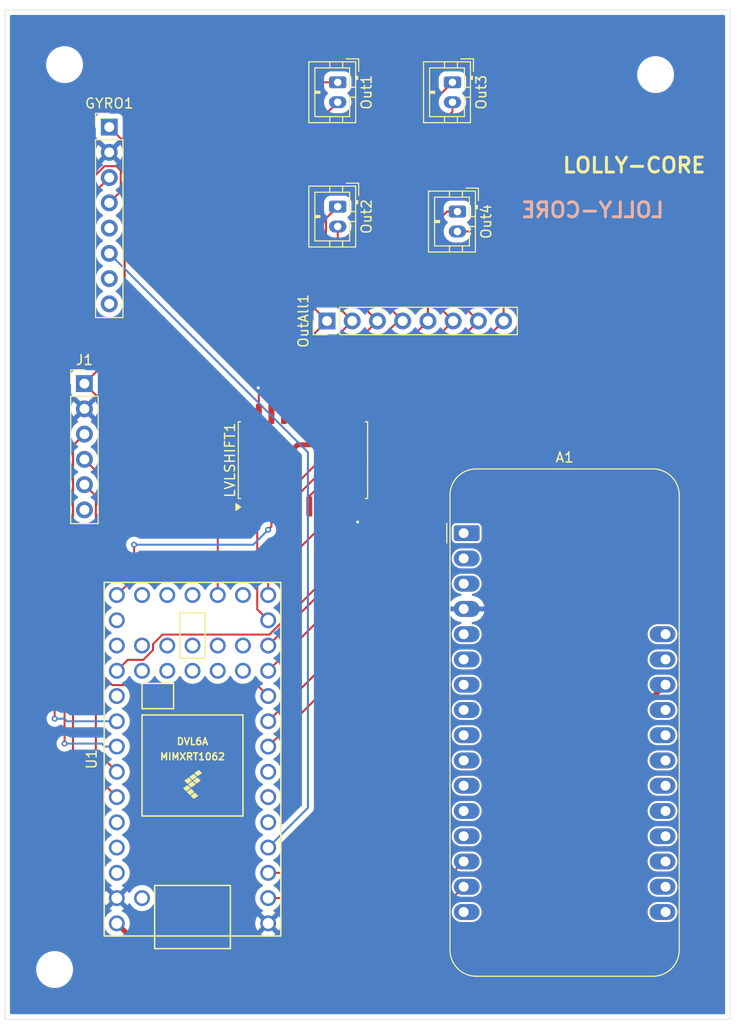
<source format=kicad_pcb>
(kicad_pcb (version 20241229) (generator "pcbnew") (generator_version "9.0")
  (layers (0 "F.Cu" signal) (2 "B.Cu" signal) (13 "F.Paste" user) (15 "B.Paste" user) (5 "F.SilkS" user "F.Silkscreen") (7 "B.SilkS" user "B.Silkscreen") (1 "F.Mask" user) (3 "B.Mask" user) (25 "Edge.Cuts" user))
  (net 0 "")
  (net 1 "GND")
  (net 2 "+3.3V")
  (net 3 "ESPRX")
  (net 4 "ESPTX")
  (net 5 "+5V")
  (net 6 "GSDA")
  (net 7 "GINT")
  (net 8 "GSCL")
  (net 9 "LED24")
  (net 10 "LSA0")
  (net 11 "LSA3")
  (net 12 "LED7")
  (net 22 "LED12")
  (net 25 "LED10")
  (net 38 "LEDDATA")
  (net 39 "LSA1")
  (net 40 "LSA7")
  (net 41 "LSA5")
  (net 42 "LSA2")
  (net 43 "LSA6")
  (net 44 "LSA4")
  (net 45 "LED6")
  (net 46 "LEDCLK")
  (net 47 "LED9")
  (net 74 "MIC_LRCL ")
  (net 75 "MIC_BCLK")
  (net 77 "MIC_DOUT")
  (footprint "Connector_JST:JST_PH_B2B-PH-K_1x02_P2.00mm_Vertical" (layer "F.Cu") (at 48 35.779232 -90)
    (property "Reference" "Out2" (at 1 -2.9 90) (layer "F.SilkS"))
    (property "Value" "Conn_01x02_Pin")
    (fp_line (start -2.06 2.91) (end 4.06 2.91) (stroke (width 0.12)) (layer "F.SilkS"))
    (fp_line (start 4.06 2.91) (end 4.06 -1.81) (stroke (width 0.12)) (layer "F.SilkS"))
    (fp_line (start -1.45 2.3) (end 3.45 2.3) (stroke (width 0.12)) (layer "F.SilkS"))
    (fp_line (start 0.9 2.3) (end 0.9 1.8) (stroke (width 0.12)) (layer "F.SilkS"))
    (fp_line (start 1 2.3) (end 1 1.8) (stroke (width 0.12)) (layer "F.SilkS"))
    (fp_line (start 3.45 2.3) (end 3.45 -1.2) (stroke (width 0.12)) (layer "F.SilkS"))
    (fp_line (start 0.9 1.8) (end 1.1 1.8) (stroke (width 0.12)) (layer "F.SilkS"))
    (fp_line (start 1.1 1.8) (end 1.1 2.3) (stroke (width 0.12)) (layer "F.SilkS"))
    (fp_line (start -2.06 0.8) (end -1.45 0.8) (stroke (width 0.12)) (layer "F.SilkS"))
    (fp_line (start 4.06 0.8) (end 3.45 0.8) (stroke (width 0.12)) (layer "F.SilkS"))
    (fp_line (start -2.06 -0.5) (end -1.45 -0.5) (stroke (width 0.12)) (layer "F.SilkS"))
    (fp_line (start 4.06 -0.5) (end 3.45 -0.5) (stroke (width 0.12)) (layer "F.SilkS"))
    (fp_line (start -1.45 -1.2) (end -1.45 2.3) (stroke (width 0.12)) (layer "F.SilkS"))
    (fp_line (start 0.5 -1.2) (end -1.45 -1.2) (stroke (width 0.12)) (layer "F.SilkS"))
    (fp_line (start 1.5 -1.2) (end 1.5 -1.81) (stroke (width 0.12)) (layer "F.SilkS"))
    (fp_line (start 3.45 -1.2) (end 1.5 -1.2) (stroke (width 0.12)) (layer "F.SilkS"))
    (fp_line (start -2.06 -1.81) (end -2.06 2.91) (stroke (width 0.12)) (layer "F.SilkS"))
    (fp_line (start -0.3 -1.81) (end -0.3 -2.01) (stroke (width 0.12)) (layer "F.SilkS"))
    (fp_line (start 0.5 -1.81) (end 0.5 -1.2) (stroke (width 0.12)) (layer "F.SilkS"))
    (fp_line (start 4.06 -1.81) (end -2.06 -1.81) (stroke (width 0.12)) (layer "F.SilkS"))
    (fp_line (start -0.3 -1.91) (end -0.6 -1.91) (stroke (width 0.12)) (layer "F.SilkS"))
    (fp_line (start -0.6 -2.01) (end -0.6 -1.81) (stroke (width 0.12)) (layer "F.SilkS"))
    (fp_line (start -0.3 -2.01) (end -0.6 -2.01) (stroke (width 0.12)) (layer "F.SilkS"))
    (fp_line (start -2.36 -2.11) (end -2.36 -0.86) (stroke (width 0.12)) (layer "F.SilkS"))
    (fp_line (start -1.11 -2.11) (end -2.36 -2.11) (stroke (width 0.12)) (layer "F.SilkS"))
    (pad "1" thru_hole roundrect (at 0 0 270) (size 1.2 1.75) (drill 0.75) (layers "*.Cu" "*.Mask") (roundrect_rratio 0.208333) (net 45 "LED6"))
    (pad "2" thru_hole oval (at 2 0 270) (size 1.2 1.75) (drill 0.75) (layers "*.Cu" "*.Mask") (net 12 "LED7"))
  )
  (footprint "Module:Adafruit_Feather" (layer "F.Cu") (at 60.68 68.619232)
    (property "Reference" "A1" (at 10.16 -7.62 0) (layer "F.SilkS"))
    (property "Value" "Adafruit_Feather_HUZZAH32_ESP32")
    (fp_line (start -1.7 1) (end -1.7 -1) (stroke (width 0.12)) (layer "F.SilkS"))
    (fp_line (start -1.38 -3.81) (end -1.38 41.91) (stroke (width 0.12)) (layer "F.SilkS"))
    (fp_line (start 19.05 -6.46) (end 1.27 -6.46) (stroke (width 0.12)) (layer "F.SilkS"))
    (fp_line (start 19.05 44.56) (end 1.27 44.56) (stroke (width 0.12)) (layer "F.SilkS"))
    (fp_line (start 21.7 -3.81) (end 21.7 41.91) (stroke (width 0.12)) (layer "F.SilkS"))
    (fp_arc (start -1.38 -3.81) (mid -0.603833 -5.683833) (end 1.27 -6.46) (stroke (width 0.12)) (layer "F.SilkS"))
    (fp_arc (start 1.27 44.56) (mid -0.603833 43.783833) (end -1.38 41.91) (stroke (width 0.12)) (layer "F.SilkS"))
    (fp_arc (start 19.05 -6.46) (mid 20.923833 -5.683833) (end 21.7 -3.81) (stroke (width 0.12)) (layer "F.SilkS"))
    (fp_arc (start 21.7 41.91) (mid 20.923833 43.783833) (end 19.05 44.56) (stroke (width 0.12)) (layer "F.SilkS"))
    (pad "1" thru_hole roundrect (at 0 0) (size 2.6 1.6) (drill 1 (offset 0.3 0)) (layers "*.Cu" "*.Mask") (roundrect_rratio 0.15625))
    (pad "2" thru_hole oval (at 0 2.54) (size 2.6 1.6) (drill 1 (offset 0.3 0)) (layers "*.Cu" "*.Mask"))
    (pad "3" thru_hole oval (at 0 5.08) (size 2.6 1.6) (drill 1 (offset 0.3 0)) (layers "*.Cu" "*.Mask"))
    (pad "4" thru_hole oval (at 0 7.62) (size 2.6 1.6) (drill 1 (offset 0.3 0)) (layers "*.Cu" "*.Mask") (net 1 "GND"))
    (pad "5" thru_hole oval (at 0 10.16) (size 2.6 1.6) (drill 1 (offset 0.3 0)) (layers "*.Cu" "*.Mask"))
    (pad "6" thru_hole oval (at 0 12.7) (size 2.6 1.6) (drill 1 (offset 0.3 0)) (layers "*.Cu" "*.Mask"))
    (pad "7" thru_hole oval (at 0 15.24) (size 2.6 1.6) (drill 1 (offset 0.3 0)) (layers "*.Cu" "*.Mask"))
    (pad "8" thru_hole oval (at 0 17.78) (size 2.6 1.6) (drill 1 (offset 0.3 0)) (layers "*.Cu" "*.Mask"))
    (pad "9" thru_hole oval (at 0 20.32) (size 2.6 1.6) (drill 1 (offset 0.3 0)) (layers "*.Cu" "*.Mask"))
    (pad "10" thru_hole oval (at 0 22.86) (size 2.6 1.6) (drill 1 (offset 0.3 0)) (layers "*.Cu" "*.Mask"))
    (pad "11" thru_hole oval (at 0 25.4) (size 2.6 1.6) (drill 1 (offset 0.3 0)) (layers "*.Cu" "*.Mask"))
    (pad "12" thru_hole oval (at 0 27.94) (size 2.6 1.6) (drill 1 (offset 0.3 0)) (layers "*.Cu" "*.Mask"))
    (pad "13" thru_hole oval (at 0 30.48) (size 2.6 1.6) (drill 1 (offset 0.3 0)) (layers "*.Cu" "*.Mask"))
    (pad "14" thru_hole oval (at 0 33.02) (size 2.6 1.6) (drill 1 (offset 0.3 0)) (layers "*.Cu" "*.Mask") (net 3 "ESPRX"))
    (pad "15" thru_hole oval (at 0 35.56) (size 2.6 1.6) (drill 1 (offset 0.3 0)) (layers "*.Cu" "*.Mask") (net 4 "ESPTX"))
    (pad "16" thru_hole oval (at 0 38.1) (size 2.6 1.6) (drill 1 (offset 0.3 0)) (layers "*.Cu" "*.Mask"))
    (pad "17" thru_hole oval (at 20.32 38.1 180) (size 2.6 1.6) (drill 1 (offset 0.3 0)) (layers "*.Cu" "*.Mask"))
    (pad "18" thru_hole oval (at 20.32 35.56 180) (size 2.6 1.6) (drill 1 (offset 0.3 0)) (layers "*.Cu" "*.Mask"))
    (pad "19" thru_hole oval (at 20.32 33.02 180) (size 2.6 1.6) (drill 1 (offset 0.3 0)) (layers "*.Cu" "*.Mask"))
    (pad "20" thru_hole oval (at 20.32 30.48 180) (size 2.6 1.6) (drill 1 (offset 0.3 0)) (layers "*.Cu" "*.Mask"))
    (pad "21" thru_hole oval (at 20.32 27.94 180) (size 2.6 1.6) (drill 1 (offset 0.3 0)) (layers "*.Cu" "*.Mask"))
    (pad "22" thru_hole oval (at 20.32 25.4 180) (size 2.6 1.6) (drill 1 (offset 0.3 0)) (layers "*.Cu" "*.Mask"))
    (pad "23" thru_hole oval (at 20.32 22.86 180) (size 2.6 1.6) (drill 1 (offset 0.3 0)) (layers "*.Cu" "*.Mask"))
    (pad "24" thru_hole oval (at 20.32 20.32 180) (size 2.6 1.6) (drill 1 (offset 0.3 0)) (layers "*.Cu" "*.Mask"))
    (pad "25" thru_hole oval (at 20.32 17.78 180) (size 2.6 1.6) (drill 1 (offset 0.3 0)) (layers "*.Cu" "*.Mask"))
    (pad "26" thru_hole oval (at 20.32 15.24 180) (size 2.6 1.6) (drill 1 (offset 0.3 0)) (layers "*.Cu" "*.Mask") (net 5 "+5V"))
    (pad "27" thru_hole oval (at 20.32 12.7 180) (size 2.6 1.6) (drill 1 (offset 0.3 0)) (layers "*.Cu" "*.Mask"))
    (pad "28" thru_hole oval (at 20.32 10.16 180) (size 2.6 1.6) (drill 1 (offset 0.3 0)) (layers "*.Cu" "*.Mask"))
  )
  (footprint "Package_SO:SOIC-20W_7.5x12.8mm_P1.27mm" (layer "F.Cu") (at 44.5 61.279232 90)
    (property "Reference" "LVLSHIFT1" (at 0 -7.35 90) (layer "F.SilkS"))
    (property "Value" "74HCT245")
    (fp_line (start 3.86 -6.51) (end 3.86 -6.275) (stroke (width 0.12)) (layer "F.SilkS"))
    (fp_line (start 0 -6.51) (end 3.86 -6.51) (stroke (width 0.12)) (layer "F.SilkS"))
    (fp_line (start 0 -6.51) (end -3.86 -6.51) (stroke (width 0.12)) (layer "F.SilkS"))
    (fp_line (start -3.86 -6.51) (end -3.86 -6.275) (stroke (width 0.12)) (layer "F.SilkS"))
    (fp_line (start 3.86 6.51) (end 3.86 6.275) (stroke (width 0.12)) (layer "F.SilkS"))
    (fp_line (start 0 6.51) (end 3.86 6.51) (stroke (width 0.12)) (layer "F.SilkS"))
    (fp_line (start 0 6.51) (end -3.86 6.51) (stroke (width 0.12)) (layer "F.SilkS"))
    (fp_line (start -3.86 6.51) (end -3.86 6.275) (stroke (width 0.12)) (layer "F.SilkS"))
    (fp_poly (pts (xy -4.7125 -6.275) (xy -5.0525 -6.745) (xy -4.3725 -6.745)) (stroke (width 0.12)) (fill yes) (layer "F.SilkS"))
    (pad "1" smd roundrect (at -4.65 -5.715 90) (size 2.05 0.6) (layers "F.Cu" "F.Mask" "F.Paste") (net 5 "+5V"))
    (pad "2" smd roundrect (at -4.65 -4.445 90) (size 2.05 0.6) (layers "F.Cu" "F.Mask" "F.Paste") (net 10 "LSA0"))
    (pad "3" smd roundrect (at -4.65 -3.175 90) (size 2.05 0.6) (layers "F.Cu" "F.Mask" "F.Paste") (net 39 "LSA1"))
    (pad "4" smd roundrect (at -4.65 -1.905 90) (size 2.05 0.6) (layers "F.Cu" "F.Mask" "F.Paste") (net 42 "LSA2"))
    (pad "5" smd roundrect (at -4.65 -0.635 90) (size 2.05 0.6) (layers "F.Cu" "F.Mask" "F.Paste") (net 11 "LSA3"))
    (pad "6" smd roundrect (at -4.65 0.635 90) (size 2.05 0.6) (layers "F.Cu" "F.Mask" "F.Paste") (net 44 "LSA4"))
    (pad "7" smd roundrect (at -4.65 1.905 90) (size 2.05 0.6) (layers "F.Cu" "F.Mask" "F.Paste") (net 41 "LSA5"))
    (pad "8" smd roundrect (at -4.65 3.175 90) (size 2.05 0.6) (layers "F.Cu" "F.Mask" "F.Paste") (net 43 "LSA6"))
    (pad "9" smd roundrect (at -4.65 4.445 90) (size 2.05 0.6) (layers "F.Cu" "F.Mask" "F.Paste") (net 40 "LSA7"))
    (pad "10" smd roundrect (at -4.65 5.715 90) (size 2.05 0.6) (layers "F.Cu" "F.Mask" "F.Paste") (net 1 "GND"))
    (pad "11" smd roundrect (at 4.65 5.715 90) (size 2.05 0.6) (layers "F.Cu" "F.Mask" "F.Paste") (net 9 "LED24"))
    (pad "12" smd roundrect (at 4.65 4.445 90) (size 2.05 0.6) (layers "F.Cu" "F.Mask" "F.Paste") (net 22 "LED12"))
    (pad "13" smd roundrect (at 4.65 3.175 90) (size 2.05 0.6) (layers "F.Cu" "F.Mask" "F.Paste") (net 25 "LED10"))
    (pad "14" smd roundrect (at 4.65 1.905 90) (size 2.05 0.6) (layers "F.Cu" "F.Mask" "F.Paste") (net 47 "LED9"))
    (pad "15" smd roundrect (at 4.65 0.635 90) (size 2.05 0.6) (layers "F.Cu" "F.Mask" "F.Paste") (net 12 "LED7"))
    (pad "16" smd roundrect (at 4.65 -0.635 90) (size 2.05 0.6) (layers "F.Cu" "F.Mask" "F.Paste") (net 45 "LED6"))
    (pad "17" smd roundrect (at 4.65 -1.905 90) (size 2.05 0.6) (layers "F.Cu" "F.Mask" "F.Paste") (net 46 "LEDCLK"))
    (pad "18" smd roundrect (at 4.65 -3.175 90) (size 2.05 0.6) (layers "F.Cu" "F.Mask" "F.Paste") (net 38 "LEDDATA"))
    (pad "19" smd roundrect (at 4.65 -4.445 90) (size 2.05 0.6) (layers "F.Cu" "F.Mask" "F.Paste") (net 1 "GND"))
    (pad "20" smd roundrect (at 4.65 -5.715 90) (size 2.05 0.6) (layers "F.Cu" "F.Mask" "F.Paste") (net 5 "+5V"))
  )
  (footprint "Connector_PinHeader_2.54mm:PinHeader_1x06_P2.54mm_Vertical" (layer "F.Cu") (at 22.5 53.579232)
    (property "Reference" "J1" (at 0 -2.38 0) (layer "F.SilkS"))
    (property "Value" "MIC1")
    (fp_line (start -1.38 -1.38) (end 0 -1.38) (stroke (width 0.12)) (layer "F.SilkS"))
    (fp_line (start -1.38 0) (end -1.38 -1.38) (stroke (width 0.12)) (layer "F.SilkS"))
    (fp_line (start -1.38 1.27) (end -1.38 14.08) (stroke (width 0.12)) (layer "F.SilkS"))
    (fp_line (start -1.38 1.27) (end 1.38 1.27) (stroke (width 0.12)) (layer "F.SilkS"))
    (fp_line (start -1.38 14.08) (end 1.38 14.08) (stroke (width 0.12)) (layer "F.SilkS"))
    (fp_line (start 1.38 1.27) (end 1.38 14.08) (stroke (width 0.12)) (layer "F.SilkS"))
    (pad "1" thru_hole rect (at 0 0) (size 1.7 1.7) (drill 1) (layers "*.Cu" "*.Mask") (net 2 "+3.3V"))
    (pad "2" thru_hole circle (at 0 2.54) (size 1.7 1.7) (drill 1) (layers "*.Cu" "*.Mask") (net 1 "GND"))
    (pad "3" thru_hole circle (at 0 5.08) (size 1.7 1.7) (drill 1) (layers "*.Cu" "*.Mask") (net 75 "MIC_BCLK"))
    (pad "4" thru_hole circle (at 0 7.62) (size 1.7 1.7) (drill 1) (layers "*.Cu" "*.Mask") (net 77 "MIC_DOUT"))
    (pad "5" thru_hole circle (at 0 10.16) (size 1.7 1.7) (drill 1) (layers "*.Cu" "*.Mask") (net 74 "MIC_LRCL "))
    (pad "6" thru_hole circle (at 0 12.7) (size 1.7 1.7) (drill 1) (layers "*.Cu" "*.Mask"))
  )
  (footprint "MountingHole:MountingHole_3.2mm_M3_DIN965" (layer "F.Cu") (at 20.5 21.5)
    (property "Reference" "REF**")
    (property "Value" "MountingHole_3.2mm_M3_DIN965" (hide yes))
    (pad "" np_thru_hole circle (at 0 0) (size 3.2 3.2) (drill 3.2) (layers "*.Cu" "*.Mask"))
  )
  (footprint "Connector_PinHeader_2.54mm:PinHeader_1x08_P2.54mm_Vertical" (layer "F.Cu") (at 46.92 47.279232 90)
    (property "Reference" "OutAll1" (at 0 -2.38 90) (layer "F.SilkS"))
    (property "Value" "Conn_01x08_Pin")
    (fp_line (start -1.38 -1.38) (end 0 -1.38) (stroke (width 0.12)) (layer "F.SilkS"))
    (fp_line (start -1.38 0) (end -1.38 -1.38) (stroke (width 0.12)) (layer "F.SilkS"))
    (fp_line (start 1.38 1.27) (end 1.38 19.16) (stroke (width 0.12)) (layer "F.SilkS"))
    (fp_line (start -1.38 1.27) (end 1.38 1.27) (stroke (width 0.12)) (layer "F.SilkS"))
    (fp_line (start -1.38 1.27) (end -1.38 19.16) (stroke (width 0.12)) (layer "F.SilkS"))
    (fp_line (start -1.38 19.16) (end 1.38 19.16) (stroke (width 0.12)) (layer "F.SilkS"))
    (pad "1" thru_hole rect (at 0 0 90) (size 1.7 1.7) (drill 1) (layers "*.Cu" "*.Mask") (net 38 "LEDDATA"))
    (pad "2" thru_hole circle (at 0 2.54 90) (size 1.7 1.7) (drill 1) (layers "*.Cu" "*.Mask") (net 46 "LEDCLK"))
    (pad "3" thru_hole circle (at 0 5.08 90) (size 1.7 1.7) (drill 1) (layers "*.Cu" "*.Mask") (net 45 "LED6"))
    (pad "4" thru_hole circle (at 0 7.62 90) (size 1.7 1.7) (drill 1) (layers "*.Cu" "*.Mask") (net 12 "LED7"))
    (pad "5" thru_hole circle (at 0 10.16 90) (size 1.7 1.7) (drill 1) (layers "*.Cu" "*.Mask") (net 47 "LED9"))
    (pad "6" thru_hole circle (at 0 12.7 90) (size 1.7 1.7) (drill 1) (layers "*.Cu" "*.Mask") (net 25 "LED10"))
    (pad "7" thru_hole circle (at 0 15.24 90) (size 1.7 1.7) (drill 1) (layers "*.Cu" "*.Mask") (net 22 "LED12"))
    (pad "8" thru_hole circle (at 0 17.78 90) (size 1.7 1.7) (drill 1) (layers "*.Cu" "*.Mask") (net 9 "LED24"))
  )
  (footprint "Connector_JST:JST_PH_B2B-PH-K_1x02_P2.00mm_Vertical" (layer "F.Cu") (at 59.55 23.279232 -90)
    (property "Reference" "Out3" (at 1 -2.9 90) (layer "F.SilkS"))
    (property "Value" "Conn_01x02_Pin")
    (fp_line (start -2.06 2.91) (end 4.06 2.91) (stroke (width 0.12)) (layer "F.SilkS"))
    (fp_line (start 4.06 2.91) (end 4.06 -1.81) (stroke (width 0.12)) (layer "F.SilkS"))
    (fp_line (start -1.45 2.3) (end 3.45 2.3) (stroke (width 0.12)) (layer "F.SilkS"))
    (fp_line (start 0.9 2.3) (end 0.9 1.8) (stroke (width 0.12)) (layer "F.SilkS"))
    (fp_line (start 1 2.3) (end 1 1.8) (stroke (width 0.12)) (layer "F.SilkS"))
    (fp_line (start 3.45 2.3) (end 3.45 -1.2) (stroke (width 0.12)) (layer "F.SilkS"))
    (fp_line (start 0.9 1.8) (end 1.1 1.8) (stroke (width 0.12)) (layer "F.SilkS"))
    (fp_line (start 1.1 1.8) (end 1.1 2.3) (stroke (width 0.12)) (layer "F.SilkS"))
    (fp_line (start -2.06 0.8) (end -1.45 0.8) (stroke (width 0.12)) (layer "F.SilkS"))
    (fp_line (start 4.06 0.8) (end 3.45 0.8) (stroke (width 0.12)) (layer "F.SilkS"))
    (fp_line (start -2.06 -0.5) (end -1.45 -0.5) (stroke (width 0.12)) (layer "F.SilkS"))
    (fp_line (start 4.06 -0.5) (end 3.45 -0.5) (stroke (width 0.12)) (layer "F.SilkS"))
    (fp_line (start -1.45 -1.2) (end -1.45 2.3) (stroke (width 0.12)) (layer "F.SilkS"))
    (fp_line (start 0.5 -1.2) (end -1.45 -1.2) (stroke (width 0.12)) (layer "F.SilkS"))
    (fp_line (start 1.5 -1.2) (end 1.5 -1.81) (stroke (width 0.12)) (layer "F.SilkS"))
    (fp_line (start 3.45 -1.2) (end 1.5 -1.2) (stroke (width 0.12)) (layer "F.SilkS"))
    (fp_line (start -2.06 -1.81) (end -2.06 2.91) (stroke (width 0.12)) (layer "F.SilkS"))
    (fp_line (start -0.3 -1.81) (end -0.3 -2.01) (stroke (width 0.12)) (layer "F.SilkS"))
    (fp_line (start 0.5 -1.81) (end 0.5 -1.2) (stroke (width 0.12)) (layer "F.SilkS"))
    (fp_line (start 4.06 -1.81) (end -2.06 -1.81) (stroke (width 0.12)) (layer "F.SilkS"))
    (fp_line (start -0.3 -1.91) (end -0.6 -1.91) (stroke (width 0.12)) (layer "F.SilkS"))
    (fp_line (start -0.6 -2.01) (end -0.6 -1.81) (stroke (width 0.12)) (layer "F.SilkS"))
    (fp_line (start -0.3 -2.01) (end -0.6 -2.01) (stroke (width 0.12)) (layer "F.SilkS"))
    (fp_line (start -2.36 -2.11) (end -2.36 -0.86) (stroke (width 0.12)) (layer "F.SilkS"))
    (fp_line (start -1.11 -2.11) (end -2.36 -2.11) (stroke (width 0.12)) (layer "F.SilkS"))
    (pad "1" thru_hole roundrect (at 0 0 270) (size 1.2 1.75) (drill 0.75) (layers "*.Cu" "*.Mask") (roundrect_rratio 0.208333) (net 47 "LED9"))
    (pad "2" thru_hole oval (at 2 0 270) (size 1.2 1.75) (drill 0.75) (layers "*.Cu" "*.Mask") (net 25 "LED10"))
  )
  (footprint "Teensy:Teensy40" (layer "F.Cu") (at 33.38 91.349232 90)
    (property "Reference" "U1" (at 0 -10.16 90) (layer "F.SilkS"))
    (property "Value" "Teensy4.0")
    (fp_line (start 17.78 -8.89) (end 17.78 8.89) (stroke (width 0.15)) (layer "F.SilkS"))
    (fp_line (start -17.78 -8.89) (end 17.78 -8.89) (stroke (width 0.15)) (layer "F.SilkS"))
    (fp_line (start 7.62 -5.08) (end 7.62 -1.905) (stroke (width 0.15)) (layer "F.SilkS"))
    (fp_line (start 5.08 -5.08) (end 7.62 -5.08) (stroke (width 0.15)) (layer "F.SilkS"))
    (fp_line (start 4.445 -5.08) (end -5.715 -5.08) (stroke (width 0.15)) (layer "F.SilkS"))
    (fp_line (start -5.715 -5.08) (end -5.715 5.08) (stroke (width 0.15)) (layer "F.SilkS"))
    (fp_line (start -12.7 -3.81) (end -17.78 -3.81) (stroke (width 0.15)) (layer "F.SilkS"))
    (fp_line (start -19.05 -3.81) (end -17.78 -3.81) (stroke (width 0.15)) (layer "F.SilkS"))
    (fp_line (start 7.62 -1.905) (end 5.08 -1.905) (stroke (width 0.15)) (layer "F.SilkS"))
    (fp_line (start 5.08 -1.905) (end 5.08 -5.08) (stroke (width 0.15)) (layer "F.SilkS"))
    (fp_line (start 14.732 -1.27) (end 14.732 1.27) (stroke (width 0.15)) (layer "F.SilkS"))
    (fp_line (start 10.16 -1.27) (end 14.732 -1.27) (stroke (width 0.15)) (layer "F.SilkS"))
    (fp_line (start 14.732 1.27) (end 10.16 1.27) (stroke (width 0.15)) (layer "F.SilkS"))
    (fp_line (start 10.16 1.27) (end 10.16 -1.27) (stroke (width 0.15)) (layer "F.SilkS"))
    (fp_line (start -12.7 3.81) (end -12.7 -3.81) (stroke (width 0.15)) (layer "F.SilkS"))
    (fp_line (start -12.7 3.81) (end -17.78 3.81) (stroke (width 0.15)) (layer "F.SilkS"))
    (fp_line (start -17.78 3.81) (end -19.05 3.81) (stroke (width 0.15)) (layer "F.SilkS"))
    (fp_line (start -19.05 3.81) (end -19.05 -3.81) (stroke (width 0.15)) (layer "F.SilkS"))
    (fp_line (start 4.445 5.08) (end 4.445 -5.08) (stroke (width 0.15)) (layer "F.SilkS"))
    (fp_line (start 4.445 5.08) (end -5.715 5.08) (stroke (width 0.15)) (layer "F.SilkS"))
    (fp_line (start 17.78 8.89) (end -17.78 8.89) (stroke (width 0.15)) (layer "F.SilkS"))
    (fp_line (start -17.78 8.89) (end -17.78 -8.89) (stroke (width 0.15)) (layer "F.SilkS"))
    (fp_poly (pts (xy -3.175 -0.635) (xy -2.921 -0.889) (xy -2.667 -0.508) (xy -2.921 -0.254)) (stroke (width 0.1)) (fill yes) (layer "F.SilkS"))
    (fp_poly (pts (xy -2.413 -0.508) (xy -2.159 -0.762) (xy -1.905 -0.381) (xy -2.159 -0.127)) (stroke (width 0.1)) (fill yes) (layer "F.SilkS"))
    (fp_poly (pts (xy -3.556 -0.254) (xy -3.302 -0.508) (xy -3.048 -0.127) (xy -3.302 0.127)) (stroke (width 0.1)) (fill yes) (layer "F.SilkS"))
    (fp_poly (pts (xy -2.794 -0.127) (xy -2.54 -0.381) (xy -2.286 0) (xy -2.54 0.254)) (stroke (width 0.1)) (fill yes) (layer "F.SilkS"))
    (fp_poly (pts (xy -2.032 0) (xy -1.778 -0.254) (xy -1.524 0.127) (xy -1.778 0.381)) (stroke (width 0.1)) (fill yes) (layer "F.SilkS"))
    (fp_poly (pts (xy -3.937 0.127) (xy -3.683 -0.127) (xy -3.429 0.254) (xy -3.683 0.508)) (stroke (width 0.1)) (fill yes) (layer "F.SilkS"))
    (fp_poly (pts (xy -2.413 0.381) (xy -2.159 0.127) (xy -1.905 0.508) (xy -2.159 0.762)) (stroke (width 0.1)) (fill yes) (layer "F.SilkS"))
    (fp_poly (pts (xy -1.651 0.508) (xy -1.397 0.254) (xy -1.143 0.635) (xy -1.397 0.889)) (stroke (width 0.1)) (fill yes) (layer "F.SilkS"))
    (fp_text user "DVL6A" (at 1.778 0 0) (layer "F.SilkS") (effects (font (size 0.7 0.7))))
    (fp_text user "MIMXRT1062" (at 0.254 0 0) (layer "F.SilkS") (effects (font (size 0.7 0.7))))
    (pad "1" thru_hole circle (at -16.51 7.62 90) (size 1.6 1.6) (drill 1.1) (layers "*.Cu" "*.Mask") (net 1 "GND"))
    (pad "2" thru_hole circle (at -13.97 7.62 90) (size 1.6 1.6) (drill 1.1) (layers "*.Cu" "*.Mask") (net 4 "ESPTX"))
    (pad "3" thru_hole circle (at -11.43 7.62 90) (size 1.6 1.6) (drill 1.1) (layers "*.Cu" "*.Mask") (net 3 "ESPRX"))
    (pad "4" thru_hole circle (at -8.89 7.62 90) (size 1.6 1.6) (drill 1.1) (layers "*.Cu" "*.Mask") (net 7 "GINT"))
    (pad "5" thru_hole circle (at -6.35 7.62 90) (size 1.6 1.6) (drill 1.1) (layers "*.Cu" "*.Mask"))
    (pad "6" thru_hole circle (at -3.81 7.62 90) (size 1.6 1.6) (drill 1.1) (layers "*.Cu" "*.Mask"))
    (pad "7" thru_hole circle (at -1.27 7.62 90) (size 1.6 1.6) (drill 1.1) (layers "*.Cu" "*.Mask"))
    (pad "8" thru_hole circle (at 1.27 7.62 90) (size 1.6 1.6) (drill 1.1) (layers "*.Cu" "*.Mask") (net 42 "LSA2"))
    (pad "9" thru_hole circle (at 3.81 7.62 90) (size 1.6 1.6) (drill 1.1) (layers "*.Cu" "*.Mask") (net 11 "LSA3"))
    (pad "10" thru_hole circle (at 6.35 7.62 90) (size 1.6 1.6) (drill 1.1) (layers "*.Cu" "*.Mask") (net 77 "MIC_DOUT"))
    (pad "11" thru_hole circle (at 8.89 7.62 90) (size 1.6 1.6) (drill 1.1) (layers "*.Cu" "*.Mask") (net 44 "LSA4"))
    (pad "12" thru_hole circle (at 11.43 7.62 90) (size 1.6 1.6) (drill 1.1) (layers "*.Cu" "*.Mask") (net 41 "LSA5"))
    (pad "13" thru_hole circle (at 13.97 7.62 90) (size 1.6 1.6) (drill 1.1) (layers "*.Cu" "*.Mask") (net 10 "LSA0"))
    (pad "14" thru_hole circle (at 16.51 7.62 90) (size 1.6 1.6) (drill 1.1) (layers "*.Cu" "*.Mask") (net 43 "LSA6"))
    (pad "15" thru_hole circle (at 16.51 5.08 90) (size 1.6 1.6) (drill 1.1) (layers "*.Cu" "*.Mask"))
    (pad "16" thru_hole circle (at 16.51 2.54 90) (size 1.6 1.6) (drill 1.1) (layers "*.Cu" "*.Mask") (net 2 "+3.3V"))
    (pad "17" thru_hole circle (at 16.51 0 90) (size 1.6 1.6) (drill 1.1) (layers "*.Cu" "*.Mask"))
    (pad "18" thru_hole circle (at 16.51 -2.54 90) (size 1.6 1.6) (drill 1.1) (layers "*.Cu" "*.Mask"))
    (pad "19" thru_hole circle (at 16.51 -5.08 90) (size 1.6 1.6) (drill 1.1) (layers "*.Cu" "*.Mask"))
    (pad "20" thru_hole circle (at 16.51 -7.62 90) (size 1.6 1.6) (drill 1.1) (layers "*.Cu" "*.Mask") (net 39 "LSA1"))
    (pad "21" thru_hole circle (at 13.97 -7.62 90) (size 1.6 1.6) (drill 1.1) (layers "*.Cu" "*.Mask"))
    (pad "22" thru_hole circle (at 11.43 -7.62 90) (size 1.6 1.6) (drill 1.1) (layers "*.Cu" "*.Mask"))
    (pad "23" thru_hole circle (at 8.89 -7.62 90) (size 1.6 1.6) (drill 1.1) (layers "*.Cu" "*.Mask") (net 40 "LSA7"))
    (pad "24" thru_hole circle (at 6.35 -7.62 90) (size 1.6 1.6) (drill 1.1) (layers "*.Cu" "*.Mask"))
    (pad "25" thru_hole circle (at 3.81 -7.62 90) (size 1.6 1.6) (drill 1.1) (layers "*.Cu" "*.Mask") (net 6 "GSDA"))
    (pad "26" thru_hole circle (at 1.27 -7.62 90) (size 1.6 1.6) (drill 1.1) (layers "*.Cu" "*.Mask") (net 8 "GSCL"))
    (pad "27" thru_hole circle (at -1.27 -7.62 90) (size 1.6 1.6) (drill 1.1) (layers "*.Cu" "*.Mask") (net 74 "MIC_LRCL "))
    (pad "28" thru_hole circle (at -3.81 -7.62 90) (size 1.6 1.6) (drill 1.1) (layers "*.Cu" "*.Mask") (net 75 "MIC_BCLK"))
    (pad "29" thru_hole circle (at -6.35 -7.62 90) (size 1.6 1.6) (drill 1.1) (layers "*.Cu" "*.Mask"))
    (pad "30" thru_hole circle (at -8.89 -7.62 90) (size 1.6 1.6) (drill 1.1) (layers "*.Cu" "*.Mask"))
    (pad "31" thru_hole circle (at -11.43 -7.62 90) (size 1.6 1.6) (drill 1.1) (layers "*.Cu" "*.Mask"))
    (pad "32" thru_hole circle (at -13.97 -7.62 90) (size 1.6 1.6) (drill 1.1) (layers "*.Cu" "*.Mask") (net 1 "GND"))
    (pad "33" thru_hole circle (at -16.51 -7.62 90) (size 1.6 1.6) (drill 1.1) (layers "*.Cu" "*.Mask") (net 5 "+5V"))
    (pad "34" thru_hole circle (at -13.97 -5.08 90) (size 1.6 1.6) (drill 1.1) (layers "*.Cu" "*.Mask"))
    (pad "35" thru_hole circle (at 11.43 -5.08 90) (size 1.6 1.6) (drill 1.1) (layers "*.Cu" "*.Mask"))
    (pad "36" thru_hole circle (at 8.89 -5.08 90) (size 1.6 1.6) (drill 1.1) (layers "*.Cu" "*.Mask"))
    (pad "37" thru_hole circle (at 11.43 -2.54 90) (size 1.6 1.6) (drill 1.1) (layers "*.Cu" "*.Mask"))
    (pad "38" thru_hole circle (at 8.89 -2.54 90) (size 1.6 1.6) (drill 1.1) (layers "*.Cu" "*.Mask"))
    (pad "39" thru_hole circle (at 11.43 0 90) (size 1.6 1.6) (drill 1.1) (layers "*.Cu" "*.Mask"))
    (pad "40" thru_hole circle (at 8.89 0 90) (size 1.6 1.6) (drill 1.1) (layers "*.Cu" "*.Mask"))
    (pad "41" thru_hole circle (at 11.43 2.54 90) (size 1.6 1.6) (drill 1.1) (layers "*.Cu" "*.Mask"))
    (pad "42" thru_hole circle (at 8.89 2.54 90) (size 1.6 1.6) (drill 1.1) (layers "*.Cu" "*.Mask"))
    (pad "43" thru_hole circle (at 11.43 5.08 90) (size 1.6 1.6) (drill 1.1) (layers "*.Cu" "*.Mask"))
    (pad "44" thru_hole circle (at 8.89 5.08 90) (size 1.6 1.6) (drill 1.1) (layers "*.Cu" "*.Mask"))
  )
  (footprint "Connector_JST:JST_PH_B2B-PH-K_1x02_P2.00mm_Vertical" (layer "F.Cu") (at 48 23.279232 -90)
    (property "Reference" "Out1" (at 1 -2.9 90) (layer "F.SilkS"))
    (property "Value" "Conn_01x02_Pin")
    (fp_line (start -2.06 2.91) (end 4.06 2.91) (stroke (width 0.12)) (layer "F.SilkS"))
    (fp_line (start 4.06 2.91) (end 4.06 -1.81) (stroke (width 0.12)) (layer "F.SilkS"))
    (fp_line (start -1.45 2.3) (end 3.45 2.3) (stroke (width 0.12)) (layer "F.SilkS"))
    (fp_line (start 0.9 2.3) (end 0.9 1.8) (stroke (width 0.12)) (layer "F.SilkS"))
    (fp_line (start 1 2.3) (end 1 1.8) (stroke (width 0.12)) (layer "F.SilkS"))
    (fp_line (start 3.45 2.3) (end 3.45 -1.2) (stroke (width 0.12)) (layer "F.SilkS"))
    (fp_line (start 0.9 1.8) (end 1.1 1.8) (stroke (width 0.12)) (layer "F.SilkS"))
    (fp_line (start 1.1 1.8) (end 1.1 2.3) (stroke (width 0.12)) (layer "F.SilkS"))
    (fp_line (start -2.06 0.8) (end -1.45 0.8) (stroke (width 0.12)) (layer "F.SilkS"))
    (fp_line (start 4.06 0.8) (end 3.45 0.8) (stroke (width 0.12)) (layer "F.SilkS"))
    (fp_line (start -2.06 -0.5) (end -1.45 -0.5) (stroke (width 0.12)) (layer "F.SilkS"))
    (fp_line (start 4.06 -0.5) (end 3.45 -0.5) (stroke (width 0.12)) (layer "F.SilkS"))
    (fp_line (start -1.45 -1.2) (end -1.45 2.3) (stroke (width 0.12)) (layer "F.SilkS"))
    (fp_line (start 0.5 -1.2) (end -1.45 -1.2) (stroke (width 0.12)) (layer "F.SilkS"))
    (fp_line (start 1.5 -1.2) (end 1.5 -1.81) (stroke (width 0.12)) (layer "F.SilkS"))
    (fp_line (start 3.45 -1.2) (end 1.5 -1.2) (stroke (width 0.12)) (layer "F.SilkS"))
    (fp_line (start -2.06 -1.81) (end -2.06 2.91) (stroke (width 0.12)) (layer "F.SilkS"))
    (fp_line (start -0.3 -1.81) (end -0.3 -2.01) (stroke (width 0.12)) (layer "F.SilkS"))
    (fp_line (start 0.5 -1.81) (end 0.5 -1.2) (stroke (width 0.12)) (layer "F.SilkS"))
    (fp_line (start 4.06 -1.81) (end -2.06 -1.81) (stroke (width 0.12)) (layer "F.SilkS"))
    (fp_line (start -0.3 -1.91) (end -0.6 -1.91) (stroke (width 0.12)) (layer "F.SilkS"))
    (fp_line (start -0.6 -2.01) (end -0.6 -1.81) (stroke (width 0.12)) (layer "F.SilkS"))
    (fp_line (start -0.3 -2.01) (end -0.6 -2.01) (stroke (width 0.12)) (layer "F.SilkS"))
    (fp_line (start -2.36 -2.11) (end -2.36 -0.86) (stroke (width 0.12)) (layer "F.SilkS"))
    (fp_line (start -1.11 -2.11) (end -2.36 -2.11) (stroke (width 0.12)) (layer "F.SilkS"))
    (pad "1" thru_hole roundrect (at 0 0 270) (size 1.2 1.75) (drill 0.75) (layers "*.Cu" "*.Mask") (roundrect_rratio 0.208333) (net 38 "LEDDATA"))
    (pad "2" thru_hole oval (at 2 0 270) (size 1.2 1.75) (drill 0.75) (layers "*.Cu" "*.Mask") (net 46 "LEDCLK"))
  )
  (footprint "Connector_PinHeader_2.54mm:PinHeader_1x08_P2.54mm_Vertical" (layer "F.Cu") (at 25 27.779232)
    (property "Reference" "GYRO1" (at 0 -2.38 0) (layer "F.SilkS"))
    (property "Value" "Conn_01x09")
    (fp_line (start -1.38 -1.38) (end 0 -1.38) (stroke (width 0.12)) (layer "F.SilkS"))
    (fp_line (start -1.38 0) (end -1.38 -1.38) (stroke (width 0.12)) (layer "F.SilkS"))
    (fp_line (start -1.38 1.27) (end -1.38 19.16) (stroke (width 0.12)) (layer "F.SilkS"))
    (fp_line (start -1.38 1.27) (end 1.38 1.27) (stroke (width 0.12)) (layer "F.SilkS"))
    (fp_line (start -1.38 19.16) (end 1.38 19.16) (stroke (width 0.12)) (layer "F.SilkS"))
    (fp_line (start 1.38 1.27) (end 1.38 19.16) (stroke (width 0.12)) (layer "F.SilkS"))
    (pad "1" thru_hole rect (at 0 0) (size 1.7 1.7) (drill 1) (layers "*.Cu" "*.Mask") (net 2 "+3.3V"))
    (pad "2" thru_hole circle (at 0 2.54) (size 1.7 1.7) (drill 1) (layers "*.Cu" "*.Mask") (net 1 "GND"))
    (pad "3" thru_hole circle (at 0 5.08) (size 1.7 1.7) (drill 1) (layers "*.Cu" "*.Mask") (net 8 "GSCL"))
    (pad "4" thru_hole circle (at 0 7.62) (size 1.7 1.7) (drill 1) (layers "*.Cu" "*.Mask") (net 6 "GSDA"))
    (pad "5" thru_hole circle (at 0 10.16) (size 1.7 1.7) (drill 1) (layers "*.Cu" "*.Mask"))
    (pad "6" thru_hole circle (at 0 12.7) (size 1.7 1.7) (drill 1) (layers "*.Cu" "*.Mask") (net 7 "GINT"))
    (pad "7" thru_hole circle (at 0 15.24) (size 1.7 1.7) (drill 1) (layers "*.Cu" "*.Mask"))
    (pad "8" thru_hole circle (at 0 17.78) (size 1.7 1.7) (drill 1) (layers "*.Cu" "*.Mask"))
  )
  (footprint "MountingHole:MountingHole_3.2mm_M3_DIN965" (layer "F.Cu") (at 80 22.5)
    (property "Reference" "REF**")
    (property "Value" "MountingHole_3.2mm_M3_DIN965" (hide yes))
    (pad "" np_thru_hole circle (at 0 0) (size 3.2 3.2) (drill 3.2) (layers "*.Cu" "*.Mask"))
  )
  (footprint "Connector_JST:JST_PH_B2B-PH-K_1x02_P2.00mm_Vertical" (layer "F.Cu") (at 60.05 36.279232 -90)
    (property "Reference" "Out4" (at 1 -2.9 90) (layer "F.SilkS"))
    (property "Value" "Conn_01x02_Pin")
    (fp_line (start -2.06 2.91) (end 4.06 2.91) (stroke (width 0.12)) (layer "F.SilkS"))
    (fp_line (start 4.06 2.91) (end 4.06 -1.81) (stroke (width 0.12)) (layer "F.SilkS"))
    (fp_line (start -1.45 2.3) (end 3.45 2.3) (stroke (width 0.12)) (layer "F.SilkS"))
    (fp_line (start 0.9 2.3) (end 0.9 1.8) (stroke (width 0.12)) (layer "F.SilkS"))
    (fp_line (start 1 2.3) (end 1 1.8) (stroke (width 0.12)) (layer "F.SilkS"))
    (fp_line (start 3.45 2.3) (end 3.45 -1.2) (stroke (width 0.12)) (layer "F.SilkS"))
    (fp_line (start 0.9 1.8) (end 1.1 1.8) (stroke (width 0.12)) (layer "F.SilkS"))
    (fp_line (start 1.1 1.8) (end 1.1 2.3) (stroke (width 0.12)) (layer "F.SilkS"))
    (fp_line (start -2.06 0.8) (end -1.45 0.8) (stroke (width 0.12)) (layer "F.SilkS"))
    (fp_line (start 4.06 0.8) (end 3.45 0.8) (stroke (width 0.12)) (layer "F.SilkS"))
    (fp_line (start -2.06 -0.5) (end -1.45 -0.5) (stroke (width 0.12)) (layer "F.SilkS"))
    (fp_line (start 4.06 -0.5) (end 3.45 -0.5) (stroke (width 0.12)) (layer "F.SilkS"))
    (fp_line (start -1.45 -1.2) (end -1.45 2.3) (stroke (width 0.12)) (layer "F.SilkS"))
    (fp_line (start 0.5 -1.2) (end -1.45 -1.2) (stroke (width 0.12)) (layer "F.SilkS"))
    (fp_line (start 1.5 -1.2) (end 1.5 -1.81) (stroke (width 0.12)) (layer "F.SilkS"))
    (fp_line (start 3.45 -1.2) (end 1.5 -1.2) (stroke (width 0.12)) (layer "F.SilkS"))
    (fp_line (start -2.06 -1.81) (end -2.06 2.91) (stroke (width 0.12)) (layer "F.SilkS"))
    (fp_line (start -0.3 -1.81) (end -0.3 -2.01) (stroke (width 0.12)) (layer "F.SilkS"))
    (fp_line (start 0.5 -1.81) (end 0.5 -1.2) (stroke (width 0.12)) (layer "F.SilkS"))
    (fp_line (start 4.06 -1.81) (end -2.06 -1.81) (stroke (width 0.12)) (layer "F.SilkS"))
    (fp_line (start -0.3 -1.91) (end -0.6 -1.91) (stroke (width 0.12)) (layer "F.SilkS"))
    (fp_line (start -0.6 -2.01) (end -0.6 -1.81) (stroke (width 0.12)) (layer "F.SilkS"))
    (fp_line (start -0.3 -2.01) (end -0.6 -2.01) (stroke (width 0.12)) (layer "F.SilkS"))
    (fp_line (start -2.36 -2.11) (end -2.36 -0.86) (stroke (width 0.12)) (layer "F.SilkS"))
    (fp_line (start -1.11 -2.11) (end -2.36 -2.11) (stroke (width 0.12)) (layer "F.SilkS"))
    (pad "1" thru_hole roundrect (at 0 0 270) (size 1.2 1.75) (drill 0.75) (layers "*.Cu" "*.Mask") (roundrect_rratio 0.208333) (net 22 "LED12"))
    (pad "2" thru_hole oval (at 2 0 270) (size 1.2 1.75) (drill 0.75) (layers "*.Cu" "*.Mask") (net 9 "LED24"))
  )
  (footprint "MountingHole:MountingHole_3.2mm_M3_DIN965" (layer "F.Cu") (at 19.5 112.5)
    (property "Reference" "REF**")
    (property "Value" "MountingHole_3.2mm_M3_DIN965" (hide yes))
    (pad "" np_thru_hole circle (at 0 0) (size 3.2 3.2) (drill 3.2) (layers "*.Cu" "*.Mask"))
  )
  (gr_rect (start 14.5 16) (end 87.5 117.5) (stroke (width 0.05)) (fill no) (layer "Edge.Cuts"))
  (gr_text "LOLLY-CORE" (at 70.5 32.5 0) (layer "F.SilkS") (effects (font (size 1.5 1.5) (thickness 0.3) (bold yes)) (justify left bottom)))
  (gr_text "LOLLY-CORE" (at 81 37 0) (layer "B.SilkS") (effects (font (size 1.5 1.5) (thickness 0.3) (bold yes)) (justify left bottom mirror)))
  (segment (start 50.215 65.929232) (end 50.215 67.285) (width 0.2) (layer "F.Cu") (net 1))
  (segment (start 50.215 67.285) (end 50 67.5) (width 0.2) (layer "F.Cu") (net 1))
  (segment (start 40.055 54.055) (end 40 54) (width 0.2) (layer "F.Cu") (net 1))
  (segment (start 40.055 56.629232) (end 40.055 54.055) (width 0.2) (layer "F.Cu") (net 1))
  (via (at 50 67.5) (size 0.6) (drill 0.3) (layers "F.Cu" "B.Cu") (net 1))
  (via (at 40 54) (size 0.6) (drill 0.3) (layers "F.Cu" "B.Cu") (net 1))
  (segment (start 26.552 29.331232) (end 26.552 49.527232) (width 0.2) (layer "F.Cu") (net 2))
  (segment (start 25 27.779232) (end 26.552 29.331232) (width 0.2) (layer "F.Cu") (net 2))
  (segment (start 26.552 49.527232) (end 22.5 53.579232) (width 0.2) (layer "F.Cu") (net 2))
  (segment (start 22.5 53.579232) (end 35.92 66.999232) (width 0.2) (layer "F.Cu") (net 2))
  (segment (start 35.92 66.999232) (end 35.92 74.839232) (width 0.2) (layer "F.Cu") (net 2))
  (segment (start 59.54 102.779232) (end 60.68 101.639232) (width 0.2) (layer "F.Cu") (net 3))
  (segment (start 41 102.779232) (end 59.54 102.779232) (width 0.2) (layer "F.Cu") (net 3))
  (segment (start 41 105.319232) (end 59.54 105.319232) (width 0.2) (layer "F.Cu") (net 4))
  (segment (start 59.54 105.319232) (end 60.68 104.179232) (width 0.2) (layer "F.Cu") (net 4))
  (segment (start 81 83.859232) (end 80.970819 83.859232) (width 0.5) (layer "F.Cu") (net 5))
  (segment (start 38.785 64.904233) (end 43.961001 59.728232) (width 0.5) (layer "F.Cu") (net 5))
  (segment (start 55.228232 59.728232) (end 68.5 73) (width 0.5) (layer "F.Cu") (net 5))
  (segment (start 68.5 110.279232) (end 28.18 110.279232) (width 0.5) (layer "F.Cu") (net 5))
  (segment (start 28.18 110.279232) (end 25.76 107.859232) (width 0.5) (layer "F.Cu") (net 5))
  (segment (start 80.970819 83.859232) (end 68.5 96.330051) (width 0.5) (layer "F.Cu") (net 5))
  (segment (start 68.5 96.330051) (end 68.5 110.279232) (width 0.5) (layer "F.Cu") (net 5))
  (segment (start 38.785 65.929232) (end 38.785 56.629232) (width 0.5) (layer "F.Cu") (net 5))
  (segment (start 68.5 73) (end 68.5 96.330051) (width 0.5) (layer "F.Cu") (net 5))
  (segment (start 43.961001 59.728232) (end 55.228232 59.728232) (width 0.5) (layer "F.Cu") (net 5))
  (segment (start 38.785 65.929232) (end 38.785 64.904233) (width 0.5) (layer "F.Cu") (net 5))
  (segment (start 26.151 34.248232) (end 26.151 32.144472) (width 0.2) (layer "F.Cu") (net 6))
  (segment (start 25 35.399232) (end 26.151 34.248232) (width 0.2) (layer "F.Cu") (net 6))
  (segment (start 26.151 32.144472) (end 25.71476 31.708232) (width 0.2) (layer "F.Cu") (net 6))
  (segment (start 19.5 36.731472) (end 19.5 87.279232) (width 0.2) (layer "F.Cu") (net 6))
  (segment (start 25.71476 31.708232) (end 24.52324 31.708232) (width 0.2) (layer "F.Cu") (net 6))
  (segment (start 24.52324 31.708232) (end 19.5 36.731472) (width 0.2) (layer "F.Cu") (net 6))
  (via (at 19.5 87.279232) (size 0.6) (drill 0.3) (layers "F.Cu" "B.Cu") (net 6))
  (segment (start 19.5 87.279232) (end 20.5 87.279232) (width 0.2) (layer "B.Cu") (net 6))
  (segment (start 20.76 87.539232) (end 25.76 87.539232) (width 0.2) (layer "B.Cu") (net 6))
  (segment (start 20.5 87.279232) (end 20.76 87.539232) (width 0.2) (layer "B.Cu") (net 6))
  (segment (start 45 96.239232) (end 45 60.479232) (width 0.2) (layer "B.Cu") (net 7))
  (segment (start 41 100.239232) (end 45 96.239232) (width 0.2) (layer "B.Cu") (net 7))
  (segment (start 45 60.479232) (end 25 40.479232) (width 0.2) (layer "B.Cu") (net 7))
  (segment (start 25.46 89.779232) (end 25.76 90.079232) (width 0.2) (layer "F.Cu") (net 8))
  (segment (start 20.5 37.359232) (end 20.5 89.779232) (width 0.2) (layer "F.Cu") (net 8))
  (segment (start 25 32.859232) (end 20.5 37.359232) (width 0.2) (layer "F.Cu") (net 8))
  (via (at 20.5 89.779232) (size 0.6) (drill 0.3) (layers "F.Cu" "B.Cu") (net 8))
  (segment (start 24.551 90.079232) (end 25.76 90.079232) (width 0.2) (layer "B.Cu") (net 8))
  (segment (start 20.5 89.779232) (end 24.251 89.779232) (width 0.2) (layer "B.Cu") (net 8))
  (segment (start 24.251 89.779232) (end 24.551 90.079232) (width 0.2) (layer "B.Cu") (net 8))
  (segment (start 62 38.279232) (end 60.05 38.279232) (width 0.2) (layer "F.Cu") (net 9))
  (segment (start 50.215 56.629232) (end 55.35 56.629232) (width 0.2) (layer "F.Cu") (net 9))
  (segment (start 55.35 56.629232) (end 64.7 47.279232) (width 0.2) (layer "F.Cu") (net 9))
  (segment (start 64.7 47.279232) (end 64.7 40.979232) (width 0.2) (layer "F.Cu") (net 9))
  (segment (start 64.7 40.979232) (end 62 38.279232) (width 0.2) (layer "F.Cu") (net 9))
  (segment (start 39.899 66.085232) (end 39.899 76.278232) (width 0.2) (layer "F.Cu") (net 10))
  (segment (start 39.899 76.278232) (end 41 77.379232) (width 0.2) (layer "F.Cu") (net 10))
  (segment (start 40.055 65.929232) (end 39.899 66.085232) (width 0.2) (layer "F.Cu") (net 10))
  (segment (start 47.990001 60.779232) (end 54.5 60.779232) (width 0.2) (layer "F.Cu") (net 11))
  (segment (start 43.865 65.929232) (end 43.865 64.904233) (width 0.2) (layer "F.Cu") (net 11))
  (segment (start 54.5 74.039232) (end 41 87.539232) (width 0.2) (layer "F.Cu") (net 11))
  (segment (start 54.5 60.779232) (end 54.5 74.039232) (width 0.2) (layer "F.Cu") (net 11))
  (segment (start 43.865 64.904233) (end 47.990001 60.779232) (width 0.2) (layer "F.Cu") (net 11))
  (segment (start 45.135 56.629232) (end 45.135 56.232264) (width 0.2) (layer "F.Cu") (net 12))
  (segment (start 54.088032 47.279232) (end 54.54 47.279232) (width 0.2) (layer "F.Cu") (net 12))
  (segment (start 54.54 47.279232) (end 48 40.739232) (width 0.2) (layer "F.Cu") (net 12))
  (segment (start 45.135 56.232264) (end 54.088032 47.279232) (width 0.2) (layer "F.Cu") (net 12))
  (segment (start 48 40.739232) (end 48 37.779232) (width 0.2) (layer "F.Cu") (net 12))
  (segment (start 53.369001 51.180232) (end 58.259 51.180232) (width 0.2) (layer "F.Cu") (net 22))
  (segment (start 58.5 43.619232) (end 58.5 36.779232) (width 0.2) (layer "F.Cu") (net 22))
  (segment (start 59 36.279232) (end 60.05 36.279232) (width 0.2) (layer "F.Cu") (net 22))
  (segment (start 48.945 55.604233) (end 53.369001 51.180232) (width 0.2) (layer "F.Cu") (net 22))
  (segment (start 48.945 56.629232) (end 48.945 55.604233) (width 0.2) (layer "F.Cu") (net 22))
  (segment (start 58.5 36.779232) (end 59 36.279232) (width 0.2) (layer "F.Cu") (net 22))
  (segment (start 58.259 51.180232) (end 62.16 47.279232) (width 0.2) (layer "F.Cu") (net 22))
  (segment (start 62.16 47.279232) (end 58.5 43.619232) (width 0.2) (layer "F.Cu") (net 22))
  (segment (start 47.675 55.604233) (end 52.500001 50.779232) (width 0.2) (layer "F.Cu") (net 25))
  (segment (start 56.12 50.779232) (end 59.62 47.279232) (width 0.2) (layer "F.Cu") (net 25))
  (segment (start 57.5 45.159232) (end 57.5 28.279232) (width 0.2) (layer "F.Cu") (net 25))
  (segment (start 59.55 26.229232) (end 59.55 25.279232) (width 0.2) (layer "F.Cu") (net 25))
  (segment (start 47.675 56.629232) (end 47.675 55.604233) (width 0.2) (layer "F.Cu") (net 25))
  (segment (start 59.62 47.279232) (end 57.5 45.159232) (width 0.2) (layer "F.Cu") (net 25))
  (segment (start 57.5 28.279232) (end 59.55 26.229232) (width 0.2) (layer "F.Cu") (net 25))
  (segment (start 52.500001 50.779232) (end 56.12 50.779232) (width 0.2) (layer "F.Cu") (net 25))
  (segment (start 46.5 23.279232) (end 48 23.279232) (width 0.2) (layer "F.Cu") (net 38))
  (segment (start 45.5 24.279232) (end 46.5 23.279232) (width 0.2) (layer "F.Cu") (net 38))
  (segment (start 41.325 56.629232) (end 41.325 52.874232) (width 0.2) (layer "F.Cu") (net 38))
  (segment (start 46.92 47.279232) (end 45.5 45.859232) (width 0.2) (layer "F.Cu") (net 38))
  (segment (start 41.325 52.874232) (end 46.92 47.279232) (width 0.2) (layer "F.Cu") (net 38))
  (segment (start 45.5 45.859232) (end 45.5 24.279232) (width 0.2) (layer "F.Cu") (net 38))
  (segment (start 27.5 73.099232) (end 25.76 74.839232) (width 0.2) (layer "F.Cu") (net 39))
  (segment (start 27.5 69.779232) (end 27.5 73.099232) (width 0.2) (layer "F.Cu") (net 39))
  (segment (start 41.325 65.929232) (end 41.325 67.954232) (width 0.2) (layer "F.Cu") (net 39))
  (segment (start 41.325 67.954232) (end 41 68.279232) (width 0.2) (layer "F.Cu") (net 39))
  (via (at 27.5 69.779232) (size 0.6) (drill 0.3) (layers "F.Cu" "B.Cu") (net 39))
  (via (at 41 68.279232) (size 0.6) (drill 0.3) (layers "F.Cu" "B.Cu") (net 39))
  (segment (start 39.5 69.779232) (end 27.5 69.779232) (width 0.2) (layer "B.Cu") (net 39))
  (segment (start 41 68.279232) (end 39.5 69.779232) (width 0.2) (layer "B.Cu") (net 39))
  (segment (start 29.401 79.779232) (end 29.401 80.375282) (width 0.2) (layer "F.Cu") (net 40))
  (segment (start 26.861 81.358232) (end 25.76 82.459232) (width 0.2) (layer "F.Cu") (net 40))
  (segment (start 28.41805 81.358232) (end 26.861 81.358232) (width 0.2) (layer "F.Cu") (net 40))
  (segment (start 29.401 80.375282) (end 28.41805 81.358232) (width 0.2) (layer "F.Cu") (net 40))
  (segment (start 48.945 70.991282) (end 41.11805 78.818232) (width 0.2) (layer "F.Cu") (net 40))
  (segment (start 48.945 65.929232) (end 48.945 70.991282) (width 0.2) (layer "F.Cu") (net 40))
  (segment (start 30.362 78.818232) (end 29.401 79.779232) (width 0.2) (layer "F.Cu") (net 40))
  (segment (start 41.11805 78.818232) (end 30.362 78.818232) (width 0.2) (layer "F.Cu") (net 40))
  (segment (start 53 67.919232) (end 41 79.919232) (width 0.2) (layer "F.Cu") (net 41))
  (segment (start 46.405 65.929232) (end 46.405 64.904233) (width 0.2) (layer "F.Cu") (net 41))
  (segment (start 49.030001 62.279232) (end 53 62.279232) (width 0.2) (layer "F.Cu") (net 41))
  (segment (start 53 62.279232) (end 53 67.919232) (width 0.2) (layer "F.Cu") (net 41))
  (segment (start 46.405 64.904233) (end 49.030001 62.279232) (width 0.2) (layer "F.Cu") (net 41))
  (segment (start 55 60.279232) (end 55 74.279232) (width 0.2) (layer "F.Cu") (net 42))
  (segment (start 55 74.279232) (end 54.5 74.779232) (width 0.2) (layer "F.Cu") (net 42))
  (segment (start 54.5 76.579232) (end 41 90.079232) (width 0.2) (layer "F.Cu") (net 42))
  (segment (start 42.595 64.904233) (end 47.220001 60.279232) (width 0.2) (layer "F.Cu") (net 42))
  (segment (start 54.5 74.779232) (end 54.5 76.579232) (width 0.2) (layer "F.Cu") (net 42))
  (segment (start 47.220001 60.279232) (end 55 60.279232) (width 0.2) (layer "F.Cu") (net 42))
  (segment (start 42.595 65.929232) (end 42.595 64.904233) (width 0.2) (layer "F.Cu") (net 42))
  (segment (start 41 73.279232) (end 41 74.839232) (width 0.2) (layer "F.Cu") (net 43))
  (segment (start 47.675 65.929232) (end 47.675 66.604232) (width 0.2) (layer "F.Cu") (net 43))
  (segment (start 47.675 66.604232) (end 41 73.279232) (width 0.2) (layer "F.Cu") (net 43))
  (segment (start 45.135 65.929232) (end 45.135 64.904233) (width 0.2) (layer "F.Cu") (net 44))
  (segment (start 54 61.279232) (end 54 69.459232) (width 0.2) (layer "F.Cu") (net 44))
  (segment (start 48.760001 61.279232) (end 54 61.279232) (width 0.2) (layer "F.Cu") (net 44))
  (segment (start 45.135 64.904233) (end 48.760001 61.279232) (width 0.2) (layer "F.Cu") (net 44))
  (segment (start 54 69.459232) (end 41 82.459232) (width 0.2) (layer "F.Cu") (net 44))
  (segment (start 43.865 55.414232) (end 52 47.279232) (width 0.2) (layer "F.Cu") (net 45))
  (segment (start 46.824 36.955232) (end 48 35.779232) (width 0.2) (layer "F.Cu") (net 45))
  (segment (start 46.824 42.103232) (end 46.824 36.955232) (width 0.2) (layer "F.Cu") (net 45))
  (segment (start 52 47.279232) (end 46.824 42.103232) (width 0.2) (layer "F.Cu") (net 45))
  (segment (start 43.865 56.629232) (end 43.865 55.414232) (width 0.2) (layer "F.Cu") (net 45))
  (segment (start 42.595 56.629232) (end 42.595 54.144232) (width 0.2) (layer "F.Cu") (net 46))
  (segment (start 46 43.819232) (end 46 27.279232) (width 0.2) (layer "F.Cu") (net 46))
  (segment (start 49.46 47.279232) (end 46 43.819232) (width 0.2) (layer "F.Cu") (net 46))
  (segment (start 46 27.279232) (end 48 25.279232) (width 0.2) (layer "F.Cu") (net 46))
  (segment (start 42.595 54.144232) (end 49.46 47.279232) (width 0.2) (layer "F.Cu") (net 46))
  (segment (start 55.5 48.859232) (end 57.08 47.279232) (width 0.2) (layer "F.Cu") (net 47))
  (segment (start 57.08 47.279232) (end 57.08 25.749232) (width 0.2) (layer "F.Cu") (net 47))
  (segment (start 52.21424 50.279232) (end 53 50.279232) (width 0.2) (layer "F.Cu") (net 47))
  (segment (start 55.5 48.859232) (end 54.42 48.859232) (width 0.2) (layer "F.Cu") (net 47))
  (segment (start 46.405 56.088472) (end 52.21424 50.279232) (width 0.2) (layer "F.Cu") (net 47))
  (segment (start 54.42 48.859232) (end 53 50.279232) (width 0.2) (layer "F.Cu") (net 47))
  (segment (start 57.08 25.749232) (end 59.55 23.279232) (width 0.2) (layer "F.Cu") (net 47))
  (segment (start 46.405 56.629232) (end 46.405 56.088472) (width 0.2) (layer "F.Cu") (net 47))
  (segment (start 22.5 63.739232) (end 23.651 64.890232) (width 0.2) (layer "F.Cu") (net 74))
  (segment (start 23.651 64.890232) (end 23.651 90.510232) (width 0.2) (layer "F.Cu") (net 74))
  (segment (start 23.651 90.510232) (end 25.76 92.619232) (width 0.2) (layer "F.Cu") (net 74))
  (segment (start 21.349 59.810232) (end 21.349 90.748232) (width 0.2) (layer "F.Cu") (net 75))
  (segment (start 21.349 90.748232) (end 25.76 95.159232) (width 0.2) (layer "F.Cu") (net 75))
  (segment (start 22.5 58.659232) (end 21.349 59.810232) (width 0.2) (layer "F.Cu") (net 75))
  (segment (start 22.5 61.199232) (end 24.052 62.751232) (width 0.2) (layer "F.Cu") (net 77))
  (segment (start 25.30395 83.898232) (end 39.899 83.898232) (width 0.2) (layer "F.Cu") (net 77))
  (segment (start 39.899 83.898232) (end 41 84.999232) (width 0.2) (layer "F.Cu") (net 77))
  (segment (start 24.052 82.646282) (end 25.30395 83.898232) (width 0.2) (layer "F.Cu") (net 77))
  (segment (start 24.052 62.751232) (end 24.052 82.646282) (width 0.2) (layer "F.Cu") (net 77))
  (zone (net 1) (net_name "GND") (layer "B.Cu") (connect_pads (clearance 0.5)) (min_thickness 0.25) (fill yes (thermal_gap 0.5) (thermal_bridge_width 0.5))
    (polygon (pts (xy 14 15.5) (xy 14 118) (xy 88.5 118) (xy 88 15)))
  )
)
</source>
